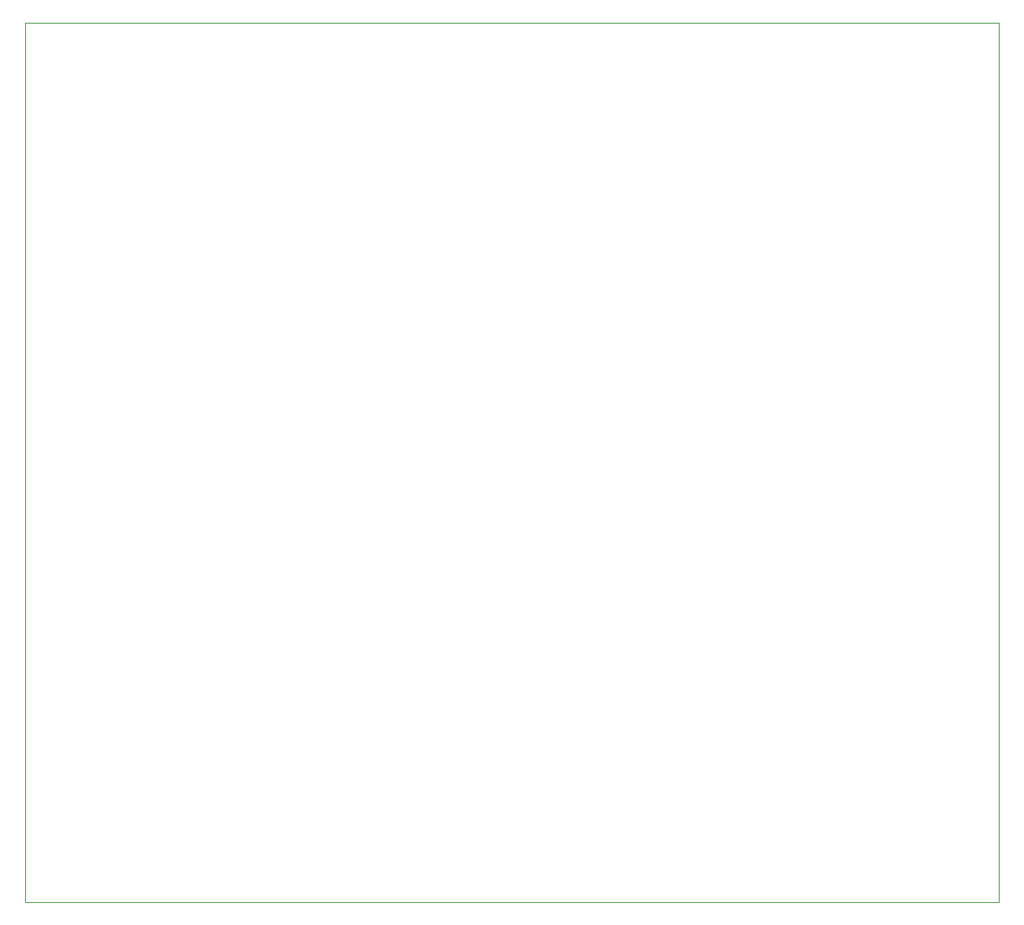
<source format=gbr>
%TF.GenerationSoftware,KiCad,Pcbnew,(6.0.0-0)*%
%TF.CreationDate,2022-02-02T01:02:30-05:00*%
%TF.ProjectId,minified-gpr-backplane,6d696e69-6669-4656-942d-6770722d6261,rev?*%
%TF.SameCoordinates,Original*%
%TF.FileFunction,Profile,NP*%
%FSLAX46Y46*%
G04 Gerber Fmt 4.6, Leading zero omitted, Abs format (unit mm)*
G04 Created by KiCad (PCBNEW (6.0.0-0)) date 2022-02-02 01:02:30*
%MOMM*%
%LPD*%
G01*
G04 APERTURE LIST*
%TA.AperFunction,Profile*%
%ADD10C,0.100000*%
%TD*%
G04 APERTURE END LIST*
D10*
X151511000Y-135860000D02*
X46717000Y-135860000D01*
X46717000Y-135860000D02*
X46717000Y-41148000D01*
X46717000Y-41148000D02*
X151511000Y-41148000D01*
X151511000Y-41148000D02*
X151511000Y-135860000D01*
M02*

</source>
